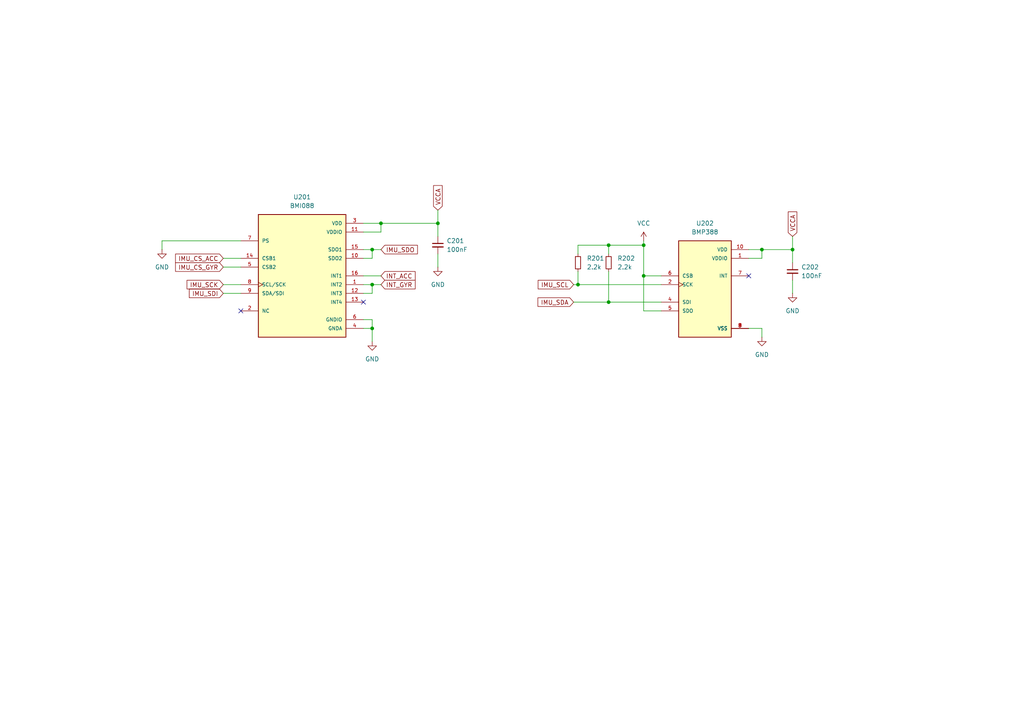
<source format=kicad_sch>
(kicad_sch
	(version 20231120)
	(generator "eeschema")
	(generator_version "8.0")
	(uuid "fd1a66e0-7292-4a4c-85b7-5b3954bdf786")
	(paper "A4")
	(lib_symbols
		(symbol "BMI088:BMI088"
			(pin_names
				(offset 1.016)
			)
			(exclude_from_sim no)
			(in_bom yes)
			(on_board yes)
			(property "Reference" "U"
				(at -12.7 18.415 0)
				(effects
					(font
						(size 1.27 1.27)
					)
					(justify left bottom)
				)
			)
			(property "Value" "BMI088"
				(at -12.7 -20.32 0)
				(effects
					(font
						(size 1.27 1.27)
					)
					(justify left bottom)
				)
			)
			(property "Footprint" "BMI088:PQFN50P450X300X100-16N"
				(at 0 0 0)
				(effects
					(font
						(size 1.27 1.27)
					)
					(justify bottom)
					(hide yes)
				)
			)
			(property "Datasheet" ""
				(at 0 0 0)
				(effects
					(font
						(size 1.27 1.27)
					)
					(hide yes)
				)
			)
			(property "Description" "Accelerometer, Gyroscope, 6 Axis Sensor I²C, SPI Output"
				(at 0 0 0)
				(effects
					(font
						(size 1.27 1.27)
					)
					(justify bottom)
					(hide yes)
				)
			)
			(property "MF" "Bosch Sensortec"
				(at 0 0 0)
				(effects
					(font
						(size 1.27 1.27)
					)
					(justify bottom)
					(hide yes)
				)
			)
			(property "PURCHASE-URL" "https://pricing.snapeda.com/search/part/BMI088/?ref=eda"
				(at 0 0 0)
				(effects
					(font
						(size 1.27 1.27)
					)
					(justify bottom)
					(hide yes)
				)
			)
			(property "PACKAGE" "VFLGA-16 Bosch Sensortec"
				(at 0 0 0)
				(effects
					(font
						(size 1.27 1.27)
					)
					(justify bottom)
					(hide yes)
				)
			)
			(property "PRICE" "None"
				(at 0 0 0)
				(effects
					(font
						(size 1.27 1.27)
					)
					(justify bottom)
					(hide yes)
				)
			)
			(property "Package" "VFLGA-16 Bosch Sensortec"
				(at 0 0 0)
				(effects
					(font
						(size 1.27 1.27)
					)
					(justify bottom)
					(hide yes)
				)
			)
			(property "Check_prices" "https://www.snapeda.com/parts/BMI088/Bosch+Sensortec/view-part/?ref=eda"
				(at 0 0 0)
				(effects
					(font
						(size 1.27 1.27)
					)
					(justify bottom)
					(hide yes)
				)
			)
			(property "Price" "None"
				(at 0 0 0)
				(effects
					(font
						(size 1.27 1.27)
					)
					(justify bottom)
					(hide yes)
				)
			)
			(property "SnapEDA_Link" "https://www.snapeda.com/parts/BMI088/Bosch+Sensortec/view-part/?ref=snap"
				(at 0 0 0)
				(effects
					(font
						(size 1.27 1.27)
					)
					(justify bottom)
					(hide yes)
				)
			)
			(property "MP" "BMI088"
				(at 0 0 0)
				(effects
					(font
						(size 1.27 1.27)
					)
					(justify bottom)
					(hide yes)
				)
			)
			(property "Purchase-URL" "https://www.snapeda.com/api/url_track_click_mouser/?unipart_id=2774026&manufacturer=Bosch Sensortec&part_name=BMI088&search_term=None"
				(at 0 0 0)
				(effects
					(font
						(size 1.27 1.27)
					)
					(justify bottom)
					(hide yes)
				)
			)
			(property "Description_1" "\nAccelerometer, Gyroscope, 6 Axis Sensor I2C, SPI Output\n"
				(at 0 0 0)
				(effects
					(font
						(size 1.27 1.27)
					)
					(justify bottom)
					(hide yes)
				)
			)
			(property "Availability" "In Stock"
				(at 0 0 0)
				(effects
					(font
						(size 1.27 1.27)
					)
					(justify bottom)
					(hide yes)
				)
			)
			(property "AVAILABILITY" "In Stock"
				(at 0 0 0)
				(effects
					(font
						(size 1.27 1.27)
					)
					(justify bottom)
					(hide yes)
				)
			)
			(symbol "BMI088_0_0"
				(rectangle
					(start -12.7 -17.78)
					(end 12.7 17.78)
					(stroke
						(width 0.254)
						(type default)
					)
					(fill
						(type background)
					)
				)
				(pin bidirectional line
					(at 17.78 -2.54 180)
					(length 5.08)
					(name "INT2"
						(effects
							(font
								(size 1.016 1.016)
							)
						)
					)
					(number "1"
						(effects
							(font
								(size 1.016 1.016)
							)
						)
					)
				)
				(pin output line
					(at 17.78 5.08 180)
					(length 5.08)
					(name "SDO2"
						(effects
							(font
								(size 1.016 1.016)
							)
						)
					)
					(number "10"
						(effects
							(font
								(size 1.016 1.016)
							)
						)
					)
				)
				(pin power_in line
					(at 17.78 12.7 180)
					(length 5.08)
					(name "VDDIO"
						(effects
							(font
								(size 1.016 1.016)
							)
						)
					)
					(number "11"
						(effects
							(font
								(size 1.016 1.016)
							)
						)
					)
				)
				(pin bidirectional line
					(at 17.78 -5.08 180)
					(length 5.08)
					(name "INT3"
						(effects
							(font
								(size 1.016 1.016)
							)
						)
					)
					(number "12"
						(effects
							(font
								(size 1.016 1.016)
							)
						)
					)
				)
				(pin bidirectional line
					(at 17.78 -7.62 180)
					(length 5.08)
					(name "INT4"
						(effects
							(font
								(size 1.016 1.016)
							)
						)
					)
					(number "13"
						(effects
							(font
								(size 1.016 1.016)
							)
						)
					)
				)
				(pin input line
					(at -17.78 5.08 0)
					(length 5.08)
					(name "CSB1"
						(effects
							(font
								(size 1.016 1.016)
							)
						)
					)
					(number "14"
						(effects
							(font
								(size 1.016 1.016)
							)
						)
					)
				)
				(pin output line
					(at 17.78 7.62 180)
					(length 5.08)
					(name "SDO1"
						(effects
							(font
								(size 1.016 1.016)
							)
						)
					)
					(number "15"
						(effects
							(font
								(size 1.016 1.016)
							)
						)
					)
				)
				(pin bidirectional line
					(at 17.78 0 180)
					(length 5.08)
					(name "INT1"
						(effects
							(font
								(size 1.016 1.016)
							)
						)
					)
					(number "16"
						(effects
							(font
								(size 1.016 1.016)
							)
						)
					)
				)
				(pin passive line
					(at -17.78 -10.16 0)
					(length 5.08)
					(name "NC"
						(effects
							(font
								(size 1.016 1.016)
							)
						)
					)
					(number "2"
						(effects
							(font
								(size 1.016 1.016)
							)
						)
					)
				)
				(pin power_in line
					(at 17.78 15.24 180)
					(length 5.08)
					(name "VDD"
						(effects
							(font
								(size 1.016 1.016)
							)
						)
					)
					(number "3"
						(effects
							(font
								(size 1.016 1.016)
							)
						)
					)
				)
				(pin power_in line
					(at 17.78 -15.24 180)
					(length 5.08)
					(name "GNDA"
						(effects
							(font
								(size 1.016 1.016)
							)
						)
					)
					(number "4"
						(effects
							(font
								(size 1.016 1.016)
							)
						)
					)
				)
				(pin input line
					(at -17.78 2.54 0)
					(length 5.08)
					(name "CSB2"
						(effects
							(font
								(size 1.016 1.016)
							)
						)
					)
					(number "5"
						(effects
							(font
								(size 1.016 1.016)
							)
						)
					)
				)
				(pin power_in line
					(at 17.78 -12.7 180)
					(length 5.08)
					(name "GNDIO"
						(effects
							(font
								(size 1.016 1.016)
							)
						)
					)
					(number "6"
						(effects
							(font
								(size 1.016 1.016)
							)
						)
					)
				)
				(pin input line
					(at -17.78 10.16 0)
					(length 5.08)
					(name "PS"
						(effects
							(font
								(size 1.016 1.016)
							)
						)
					)
					(number "7"
						(effects
							(font
								(size 1.016 1.016)
							)
						)
					)
				)
				(pin input clock
					(at -17.78 -2.54 0)
					(length 5.08)
					(name "SCL/SCK"
						(effects
							(font
								(size 1.016 1.016)
							)
						)
					)
					(number "8"
						(effects
							(font
								(size 1.016 1.016)
							)
						)
					)
				)
				(pin bidirectional line
					(at -17.78 -5.08 0)
					(length 5.08)
					(name "SDA/SDI"
						(effects
							(font
								(size 1.016 1.016)
							)
						)
					)
					(number "9"
						(effects
							(font
								(size 1.016 1.016)
							)
						)
					)
				)
			)
		)
		(symbol "BMP388:BMP388"
			(pin_names
				(offset 1.016)
			)
			(exclude_from_sim no)
			(in_bom yes)
			(on_board yes)
			(property "Reference" "U"
				(at -7.6281 15.2562 0)
				(effects
					(font
						(size 1.27 1.27)
					)
					(justify left bottom)
				)
			)
			(property "Value" "BMP388"
				(at -7.6268 -15.2536 0)
				(effects
					(font
						(size 1.27 1.27)
					)
					(justify left bottom)
				)
			)
			(property "Footprint" "BMP388:PQFN50P200X200X80-10N"
				(at 0 0 0)
				(effects
					(font
						(size 1.27 1.27)
					)
					(justify bottom)
					(hide yes)
				)
			)
			(property "Datasheet" ""
				(at 0 0 0)
				(effects
					(font
						(size 1.27 1.27)
					)
					(hide yes)
				)
			)
			(property "Description" ""
				(at 0 0 0)
				(effects
					(font
						(size 1.27 1.27)
					)
					(hide yes)
				)
			)
			(property "MF" "Bosch Sensortec"
				(at 0 0 0)
				(effects
					(font
						(size 1.27 1.27)
					)
					(justify bottom)
					(hide yes)
				)
			)
			(property "Description_1" "\nPressure Sensor 4.35PSI ~ 18.13PSI (30kPa ~ 125kPa) Absolute - - 10-WFLGA\n"
				(at 0 0 0)
				(effects
					(font
						(size 1.27 1.27)
					)
					(justify bottom)
					(hide yes)
				)
			)
			(property "Package" "WFLGA-10 Bosch Tools"
				(at 0 0 0)
				(effects
					(font
						(size 1.27 1.27)
					)
					(justify bottom)
					(hide yes)
				)
			)
			(property "Price" "None"
				(at 0 0 0)
				(effects
					(font
						(size 1.27 1.27)
					)
					(justify bottom)
					(hide yes)
				)
			)
			(property "Check_prices" "https://www.snapeda.com/parts/BMP388/Bosch+Sensortec/view-part/?ref=eda"
				(at 0 0 0)
				(effects
					(font
						(size 1.27 1.27)
					)
					(justify bottom)
					(hide yes)
				)
			)
			(property "STANDARD" "IPC 7351B"
				(at 0 0 0)
				(effects
					(font
						(size 1.27 1.27)
					)
					(justify bottom)
					(hide yes)
				)
			)
			(property "PARTREV" "1.1"
				(at 0 0 0)
				(effects
					(font
						(size 1.27 1.27)
					)
					(justify bottom)
					(hide yes)
				)
			)
			(property "SnapEDA_Link" "https://www.snapeda.com/parts/BMP388/Bosch+Sensortec/view-part/?ref=snap"
				(at 0 0 0)
				(effects
					(font
						(size 1.27 1.27)
					)
					(justify bottom)
					(hide yes)
				)
			)
			(property "MP" "BMP388"
				(at 0 0 0)
				(effects
					(font
						(size 1.27 1.27)
					)
					(justify bottom)
					(hide yes)
				)
			)
			(property "Availability" "In Stock"
				(at 0 0 0)
				(effects
					(font
						(size 1.27 1.27)
					)
					(justify bottom)
					(hide yes)
				)
			)
			(property "MANUFACTURER" "BOSCH"
				(at 0 0 0)
				(effects
					(font
						(size 1.27 1.27)
					)
					(justify bottom)
					(hide yes)
				)
			)
			(symbol "BMP388_0_0"
				(rectangle
					(start -7.62 -12.7)
					(end 7.62 15.24)
					(stroke
						(width 0.254)
						(type default)
					)
					(fill
						(type background)
					)
				)
				(pin power_in line
					(at 12.7 10.16 180)
					(length 5.08)
					(name "VDDIO"
						(effects
							(font
								(size 1.016 1.016)
							)
						)
					)
					(number "1"
						(effects
							(font
								(size 1.016 1.016)
							)
						)
					)
				)
				(pin power_in line
					(at 12.7 12.7 180)
					(length 5.08)
					(name "VDD"
						(effects
							(font
								(size 1.016 1.016)
							)
						)
					)
					(number "10"
						(effects
							(font
								(size 1.016 1.016)
							)
						)
					)
				)
				(pin input clock
					(at -12.7 2.54 0)
					(length 5.08)
					(name "SCK"
						(effects
							(font
								(size 1.016 1.016)
							)
						)
					)
					(number "2"
						(effects
							(font
								(size 1.016 1.016)
							)
						)
					)
				)
				(pin power_in line
					(at 12.7 -10.16 180)
					(length 5.08)
					(name "VSS"
						(effects
							(font
								(size 1.016 1.016)
							)
						)
					)
					(number "3"
						(effects
							(font
								(size 1.016 1.016)
							)
						)
					)
				)
				(pin bidirectional line
					(at -12.7 -2.54 0)
					(length 5.08)
					(name "SDI"
						(effects
							(font
								(size 1.016 1.016)
							)
						)
					)
					(number "4"
						(effects
							(font
								(size 1.016 1.016)
							)
						)
					)
				)
				(pin bidirectional line
					(at -12.7 -5.08 0)
					(length 5.08)
					(name "SDO"
						(effects
							(font
								(size 1.016 1.016)
							)
						)
					)
					(number "5"
						(effects
							(font
								(size 1.016 1.016)
							)
						)
					)
				)
				(pin input line
					(at -12.7 5.08 0)
					(length 5.08)
					(name "CSB"
						(effects
							(font
								(size 1.016 1.016)
							)
						)
					)
					(number "6"
						(effects
							(font
								(size 1.016 1.016)
							)
						)
					)
				)
				(pin output line
					(at 12.7 5.08 180)
					(length 5.08)
					(name "INT"
						(effects
							(font
								(size 1.016 1.016)
							)
						)
					)
					(number "7"
						(effects
							(font
								(size 1.016 1.016)
							)
						)
					)
				)
				(pin power_in line
					(at 12.7 -10.16 180)
					(length 5.08)
					(name "VSS"
						(effects
							(font
								(size 1.016 1.016)
							)
						)
					)
					(number "8"
						(effects
							(font
								(size 1.016 1.016)
							)
						)
					)
				)
				(pin power_in line
					(at 12.7 -10.16 180)
					(length 5.08)
					(name "VSS"
						(effects
							(font
								(size 1.016 1.016)
							)
						)
					)
					(number "9"
						(effects
							(font
								(size 1.016 1.016)
							)
						)
					)
				)
			)
		)
		(symbol "Device:C_Small"
			(pin_numbers hide)
			(pin_names
				(offset 0.254) hide)
			(exclude_from_sim no)
			(in_bom yes)
			(on_board yes)
			(property "Reference" "C"
				(at 0.254 1.778 0)
				(effects
					(font
						(size 1.27 1.27)
					)
					(justify left)
				)
			)
			(property "Value" "C_Small"
				(at 0.254 -2.032 0)
				(effects
					(font
						(size 1.27 1.27)
					)
					(justify left)
				)
			)
			(property "Footprint" ""
				(at 0 0 0)
				(effects
					(font
						(size 1.27 1.27)
					)
					(hide yes)
				)
			)
			(property "Datasheet" "~"
				(at 0 0 0)
				(effects
					(font
						(size 1.27 1.27)
					)
					(hide yes)
				)
			)
			(property "Description" "Unpolarized capacitor, small symbol"
				(at 0 0 0)
				(effects
					(font
						(size 1.27 1.27)
					)
					(hide yes)
				)
			)
			(property "ki_keywords" "capacitor cap"
				(at 0 0 0)
				(effects
					(font
						(size 1.27 1.27)
					)
					(hide yes)
				)
			)
			(property "ki_fp_filters" "C_*"
				(at 0 0 0)
				(effects
					(font
						(size 1.27 1.27)
					)
					(hide yes)
				)
			)
			(symbol "C_Small_0_1"
				(polyline
					(pts
						(xy -1.524 -0.508) (xy 1.524 -0.508)
					)
					(stroke
						(width 0.3302)
						(type default)
					)
					(fill
						(type none)
					)
				)
				(polyline
					(pts
						(xy -1.524 0.508) (xy 1.524 0.508)
					)
					(stroke
						(width 0.3048)
						(type default)
					)
					(fill
						(type none)
					)
				)
			)
			(symbol "C_Small_1_1"
				(pin passive line
					(at 0 2.54 270)
					(length 2.032)
					(name "~"
						(effects
							(font
								(size 1.27 1.27)
							)
						)
					)
					(number "1"
						(effects
							(font
								(size 1.27 1.27)
							)
						)
					)
				)
				(pin passive line
					(at 0 -2.54 90)
					(length 2.032)
					(name "~"
						(effects
							(font
								(size 1.27 1.27)
							)
						)
					)
					(number "2"
						(effects
							(font
								(size 1.27 1.27)
							)
						)
					)
				)
			)
		)
		(symbol "Device:R_Small"
			(pin_numbers hide)
			(pin_names
				(offset 0.254) hide)
			(exclude_from_sim no)
			(in_bom yes)
			(on_board yes)
			(property "Reference" "R"
				(at 0.762 0.508 0)
				(effects
					(font
						(size 1.27 1.27)
					)
					(justify left)
				)
			)
			(property "Value" "R_Small"
				(at 0.762 -1.016 0)
				(effects
					(font
						(size 1.27 1.27)
					)
					(justify left)
				)
			)
			(property "Footprint" ""
				(at 0 0 0)
				(effects
					(font
						(size 1.27 1.27)
					)
					(hide yes)
				)
			)
			(property "Datasheet" "~"
				(at 0 0 0)
				(effects
					(font
						(size 1.27 1.27)
					)
					(hide yes)
				)
			)
			(property "Description" "Resistor, small symbol"
				(at 0 0 0)
				(effects
					(font
						(size 1.27 1.27)
					)
					(hide yes)
				)
			)
			(property "ki_keywords" "R resistor"
				(at 0 0 0)
				(effects
					(font
						(size 1.27 1.27)
					)
					(hide yes)
				)
			)
			(property "ki_fp_filters" "R_*"
				(at 0 0 0)
				(effects
					(font
						(size 1.27 1.27)
					)
					(hide yes)
				)
			)
			(symbol "R_Small_0_1"
				(rectangle
					(start -0.762 1.778)
					(end 0.762 -1.778)
					(stroke
						(width 0.2032)
						(type default)
					)
					(fill
						(type none)
					)
				)
			)
			(symbol "R_Small_1_1"
				(pin passive line
					(at 0 2.54 270)
					(length 0.762)
					(name "~"
						(effects
							(font
								(size 1.27 1.27)
							)
						)
					)
					(number "1"
						(effects
							(font
								(size 1.27 1.27)
							)
						)
					)
				)
				(pin passive line
					(at 0 -2.54 90)
					(length 0.762)
					(name "~"
						(effects
							(font
								(size 1.27 1.27)
							)
						)
					)
					(number "2"
						(effects
							(font
								(size 1.27 1.27)
							)
						)
					)
				)
			)
		)
		(symbol "power:GND"
			(power)
			(pin_numbers hide)
			(pin_names
				(offset 0) hide)
			(exclude_from_sim no)
			(in_bom yes)
			(on_board yes)
			(property "Reference" "#PWR"
				(at 0 -6.35 0)
				(effects
					(font
						(size 1.27 1.27)
					)
					(hide yes)
				)
			)
			(property "Value" "GND"
				(at 0 -3.81 0)
				(effects
					(font
						(size 1.27 1.27)
					)
				)
			)
			(property "Footprint" ""
				(at 0 0 0)
				(effects
					(font
						(size 1.27 1.27)
					)
					(hide yes)
				)
			)
			(property "Datasheet" ""
				(at 0 0 0)
				(effects
					(font
						(size 1.27 1.27)
					)
					(hide yes)
				)
			)
			(property "Description" "Power symbol creates a global label with name \"GND\" , ground"
				(at 0 0 0)
				(effects
					(font
						(size 1.27 1.27)
					)
					(hide yes)
				)
			)
			(property "ki_keywords" "global power"
				(at 0 0 0)
				(effects
					(font
						(size 1.27 1.27)
					)
					(hide yes)
				)
			)
			(symbol "GND_0_1"
				(polyline
					(pts
						(xy 0 0) (xy 0 -1.27) (xy 1.27 -1.27) (xy 0 -2.54) (xy -1.27 -1.27) (xy 0 -1.27)
					)
					(stroke
						(width 0)
						(type default)
					)
					(fill
						(type none)
					)
				)
			)
			(symbol "GND_1_1"
				(pin power_in line
					(at 0 0 270)
					(length 0)
					(name "~"
						(effects
							(font
								(size 1.27 1.27)
							)
						)
					)
					(number "1"
						(effects
							(font
								(size 1.27 1.27)
							)
						)
					)
				)
			)
		)
		(symbol "power:VCC"
			(power)
			(pin_numbers hide)
			(pin_names
				(offset 0) hide)
			(exclude_from_sim no)
			(in_bom yes)
			(on_board yes)
			(property "Reference" "#PWR"
				(at 0 -3.81 0)
				(effects
					(font
						(size 1.27 1.27)
					)
					(hide yes)
				)
			)
			(property "Value" "VCC"
				(at 0 3.556 0)
				(effects
					(font
						(size 1.27 1.27)
					)
				)
			)
			(property "Footprint" ""
				(at 0 0 0)
				(effects
					(font
						(size 1.27 1.27)
					)
					(hide yes)
				)
			)
			(property "Datasheet" ""
				(at 0 0 0)
				(effects
					(font
						(size 1.27 1.27)
					)
					(hide yes)
				)
			)
			(property "Description" "Power symbol creates a global label with name \"VCC\""
				(at 0 0 0)
				(effects
					(font
						(size 1.27 1.27)
					)
					(hide yes)
				)
			)
			(property "ki_keywords" "global power"
				(at 0 0 0)
				(effects
					(font
						(size 1.27 1.27)
					)
					(hide yes)
				)
			)
			(symbol "VCC_0_1"
				(polyline
					(pts
						(xy -0.762 1.27) (xy 0 2.54)
					)
					(stroke
						(width 0)
						(type default)
					)
					(fill
						(type none)
					)
				)
				(polyline
					(pts
						(xy 0 0) (xy 0 2.54)
					)
					(stroke
						(width 0)
						(type default)
					)
					(fill
						(type none)
					)
				)
				(polyline
					(pts
						(xy 0 2.54) (xy 0.762 1.27)
					)
					(stroke
						(width 0)
						(type default)
					)
					(fill
						(type none)
					)
				)
			)
			(symbol "VCC_1_1"
				(pin power_in line
					(at 0 0 90)
					(length 0)
					(name "~"
						(effects
							(font
								(size 1.27 1.27)
							)
						)
					)
					(number "1"
						(effects
							(font
								(size 1.27 1.27)
							)
						)
					)
				)
			)
		)
	)
	(junction
		(at 186.69 80.01)
		(diameter 0)
		(color 0 0 0 0)
		(uuid "28c358d0-f1a5-44af-a077-1ea7aeb4f17d")
	)
	(junction
		(at 176.53 87.63)
		(diameter 0)
		(color 0 0 0 0)
		(uuid "2a1ddd3b-a2b7-48c0-b15d-71f365ceb1b7")
	)
	(junction
		(at 220.98 72.39)
		(diameter 0)
		(color 0 0 0 0)
		(uuid "3b3694d1-6d06-4f69-8bd6-9fef6829a628")
	)
	(junction
		(at 110.49 64.77)
		(diameter 0)
		(color 0 0 0 0)
		(uuid "5375330c-4f41-46fe-a909-2487720de34a")
	)
	(junction
		(at 107.95 82.55)
		(diameter 0)
		(color 0 0 0 0)
		(uuid "541a1d7d-e471-4ae1-9c0f-58939816bbd8")
	)
	(junction
		(at 127 64.77)
		(diameter 0)
		(color 0 0 0 0)
		(uuid "765bac2e-6a7f-428b-9350-564c259d377a")
	)
	(junction
		(at 176.53 71.12)
		(diameter 0)
		(color 0 0 0 0)
		(uuid "77ece6c4-b86e-4e55-93a3-0ae209299f9b")
	)
	(junction
		(at 186.69 71.12)
		(diameter 0)
		(color 0 0 0 0)
		(uuid "807df27e-b47e-46df-a9fa-ad70f0ff92d1")
	)
	(junction
		(at 107.95 95.25)
		(diameter 0)
		(color 0 0 0 0)
		(uuid "825d2c51-f147-4ad6-b9af-75cba19f8367")
	)
	(junction
		(at 107.95 72.39)
		(diameter 0)
		(color 0 0 0 0)
		(uuid "c0aca44f-0f18-44af-9074-35cbe4d90e12")
	)
	(junction
		(at 229.87 72.39)
		(diameter 0)
		(color 0 0 0 0)
		(uuid "ed563e7a-4d6a-47c8-8bab-a985175e372e")
	)
	(junction
		(at 167.64 82.55)
		(diameter 0)
		(color 0 0 0 0)
		(uuid "f9d69e74-9a29-4649-bda1-ab23e9b680d8")
	)
	(no_connect
		(at 105.41 87.63)
		(uuid "454a6b7a-d072-4f81-89d8-f6a4a3a7de3d")
	)
	(no_connect
		(at 217.17 80.01)
		(uuid "5b75ff5d-3a0e-4136-ae04-2c4f37a19dbc")
	)
	(no_connect
		(at 69.85 90.17)
		(uuid "6b3ef16e-9b56-4f98-8803-efac332d069b")
	)
	(wire
		(pts
			(xy 167.64 73.66) (xy 167.64 71.12)
		)
		(stroke
			(width 0)
			(type default)
		)
		(uuid "01217bc5-4a99-4e8b-89d9-740ad412cf8d")
	)
	(wire
		(pts
			(xy 186.69 90.17) (xy 186.69 80.01)
		)
		(stroke
			(width 0)
			(type default)
		)
		(uuid "04ae9575-fc78-4ae6-9661-d769e1297516")
	)
	(wire
		(pts
			(xy 166.37 82.55) (xy 167.64 82.55)
		)
		(stroke
			(width 0)
			(type default)
		)
		(uuid "08181b98-ddd1-46dc-a63b-efd69105c814")
	)
	(wire
		(pts
			(xy 105.41 74.93) (xy 107.95 74.93)
		)
		(stroke
			(width 0)
			(type default)
		)
		(uuid "09436612-093d-4193-964b-66d4d74c6b05")
	)
	(wire
		(pts
			(xy 110.49 64.77) (xy 127 64.77)
		)
		(stroke
			(width 0)
			(type default)
		)
		(uuid "0b327882-0d58-4135-b31b-61ccd7e5e895")
	)
	(wire
		(pts
			(xy 229.87 81.28) (xy 229.87 85.09)
		)
		(stroke
			(width 0)
			(type default)
		)
		(uuid "0d08da90-f4c1-4c5d-b7d4-4573a7400e3b")
	)
	(wire
		(pts
			(xy 105.41 95.25) (xy 107.95 95.25)
		)
		(stroke
			(width 0)
			(type default)
		)
		(uuid "0da138ad-a026-4967-8ffe-416b59ee39b3")
	)
	(wire
		(pts
			(xy 107.95 74.93) (xy 107.95 72.39)
		)
		(stroke
			(width 0)
			(type default)
		)
		(uuid "0dfc79f3-1f05-4e44-8a21-0cd1d3424af0")
	)
	(wire
		(pts
			(xy 107.95 95.25) (xy 107.95 99.06)
		)
		(stroke
			(width 0)
			(type default)
		)
		(uuid "19150aea-6c8a-4b0e-be90-7668cd033033")
	)
	(wire
		(pts
			(xy 105.41 64.77) (xy 110.49 64.77)
		)
		(stroke
			(width 0)
			(type default)
		)
		(uuid "1a2ab0a1-d241-489e-9def-1b7bd92dc0a9")
	)
	(wire
		(pts
			(xy 186.69 71.12) (xy 186.69 69.85)
		)
		(stroke
			(width 0)
			(type default)
		)
		(uuid "2bc613cb-c245-430a-a1c6-8709ca8caac4")
	)
	(wire
		(pts
			(xy 64.77 85.09) (xy 69.85 85.09)
		)
		(stroke
			(width 0)
			(type default)
		)
		(uuid "2c3d6111-e1bf-48c8-8d36-083e6299af05")
	)
	(wire
		(pts
			(xy 107.95 82.55) (xy 110.49 82.55)
		)
		(stroke
			(width 0)
			(type default)
		)
		(uuid "2dcde67f-0b31-4827-9847-6f50db4a7a13")
	)
	(wire
		(pts
			(xy 46.99 72.39) (xy 46.99 69.85)
		)
		(stroke
			(width 0)
			(type default)
		)
		(uuid "390f78a4-7c8f-41f0-882a-1b1ad1bc8350")
	)
	(wire
		(pts
			(xy 107.95 72.39) (xy 110.49 72.39)
		)
		(stroke
			(width 0)
			(type default)
		)
		(uuid "3ceeabff-73f9-4992-b16a-3292ba8720ba")
	)
	(wire
		(pts
			(xy 110.49 67.31) (xy 110.49 64.77)
		)
		(stroke
			(width 0)
			(type default)
		)
		(uuid "4066ae13-6d6c-4bd9-b54c-d8948854ca40")
	)
	(wire
		(pts
			(xy 217.17 95.25) (xy 220.98 95.25)
		)
		(stroke
			(width 0)
			(type default)
		)
		(uuid "435e88f0-09e0-45ce-8aba-4704d74ec3c6")
	)
	(wire
		(pts
			(xy 176.53 87.63) (xy 191.77 87.63)
		)
		(stroke
			(width 0)
			(type default)
		)
		(uuid "46ceadab-1f23-4d74-98b8-fb1eb6a83f27")
	)
	(wire
		(pts
			(xy 217.17 74.93) (xy 220.98 74.93)
		)
		(stroke
			(width 0)
			(type default)
		)
		(uuid "4dfb21fc-d377-49ed-b669-0f06d8f44564")
	)
	(wire
		(pts
			(xy 127 64.77) (xy 127 68.58)
		)
		(stroke
			(width 0)
			(type default)
		)
		(uuid "58f07652-137c-4a7b-8115-fa59d94fdd31")
	)
	(wire
		(pts
			(xy 167.64 78.74) (xy 167.64 82.55)
		)
		(stroke
			(width 0)
			(type default)
		)
		(uuid "5b0d7a55-475e-4921-86a2-b0aa3d4a7904")
	)
	(wire
		(pts
			(xy 127 64.77) (xy 127 60.96)
		)
		(stroke
			(width 0)
			(type default)
		)
		(uuid "6fd747ad-5db8-4ac0-84f7-bf9ec00c9a86")
	)
	(wire
		(pts
			(xy 105.41 92.71) (xy 107.95 92.71)
		)
		(stroke
			(width 0)
			(type default)
		)
		(uuid "6ff1a8f4-965d-4095-8f73-8cd3c489a779")
	)
	(wire
		(pts
			(xy 105.41 67.31) (xy 110.49 67.31)
		)
		(stroke
			(width 0)
			(type default)
		)
		(uuid "70875cab-53f7-493f-b89e-c20157f78119")
	)
	(wire
		(pts
			(xy 229.87 72.39) (xy 229.87 76.2)
		)
		(stroke
			(width 0)
			(type default)
		)
		(uuid "73acf037-6d81-4321-bc76-3e2efd2e93a1")
	)
	(wire
		(pts
			(xy 176.53 73.66) (xy 176.53 71.12)
		)
		(stroke
			(width 0)
			(type default)
		)
		(uuid "74396728-d5d4-45fe-b1ae-da66658685e8")
	)
	(wire
		(pts
			(xy 105.41 82.55) (xy 107.95 82.55)
		)
		(stroke
			(width 0)
			(type default)
		)
		(uuid "74478f2d-0725-449e-bac1-239823d2b0a8")
	)
	(wire
		(pts
			(xy 105.41 72.39) (xy 107.95 72.39)
		)
		(stroke
			(width 0)
			(type default)
		)
		(uuid "7a986c7d-45e1-4501-b5bb-c2e1afe69e5a")
	)
	(wire
		(pts
			(xy 176.53 71.12) (xy 186.69 71.12)
		)
		(stroke
			(width 0)
			(type default)
		)
		(uuid "86641be3-1d86-4ec2-abb3-e70c7f85800b")
	)
	(wire
		(pts
			(xy 167.64 71.12) (xy 176.53 71.12)
		)
		(stroke
			(width 0)
			(type default)
		)
		(uuid "8f11a91c-0bbe-4332-ad1c-9a0d037892f5")
	)
	(wire
		(pts
			(xy 46.99 69.85) (xy 69.85 69.85)
		)
		(stroke
			(width 0)
			(type default)
		)
		(uuid "91ae7e15-caaa-4aab-8a31-2125d667bc00")
	)
	(wire
		(pts
			(xy 220.98 74.93) (xy 220.98 72.39)
		)
		(stroke
			(width 0)
			(type default)
		)
		(uuid "9b1aa248-d981-4bba-b020-2b7984945e2e")
	)
	(wire
		(pts
			(xy 167.64 82.55) (xy 191.77 82.55)
		)
		(stroke
			(width 0)
			(type default)
		)
		(uuid "9daacf83-3505-4999-a4b0-a8082f24b395")
	)
	(wire
		(pts
			(xy 166.37 87.63) (xy 176.53 87.63)
		)
		(stroke
			(width 0)
			(type default)
		)
		(uuid "a36db1a8-fb12-48be-b3c0-bd0ce1828a35")
	)
	(wire
		(pts
			(xy 107.95 85.09) (xy 107.95 82.55)
		)
		(stroke
			(width 0)
			(type default)
		)
		(uuid "a762ecdf-42d0-40d4-af8f-ff313594e952")
	)
	(wire
		(pts
			(xy 220.98 72.39) (xy 229.87 72.39)
		)
		(stroke
			(width 0)
			(type default)
		)
		(uuid "a8d56313-87e9-4127-aef9-3dac4d02714e")
	)
	(wire
		(pts
			(xy 217.17 72.39) (xy 220.98 72.39)
		)
		(stroke
			(width 0)
			(type default)
		)
		(uuid "afe87a21-c285-4954-a768-2373536ff288")
	)
	(wire
		(pts
			(xy 107.95 92.71) (xy 107.95 95.25)
		)
		(stroke
			(width 0)
			(type default)
		)
		(uuid "be4bff62-dd61-4e73-b7bd-8389f205ef79")
	)
	(wire
		(pts
			(xy 186.69 90.17) (xy 191.77 90.17)
		)
		(stroke
			(width 0)
			(type default)
		)
		(uuid "bee5bd87-74d8-44f4-a14f-6731e2b477da")
	)
	(wire
		(pts
			(xy 229.87 68.58) (xy 229.87 72.39)
		)
		(stroke
			(width 0)
			(type default)
		)
		(uuid "c13a45c0-85d6-49a7-b881-8b4c8c1f5faf")
	)
	(wire
		(pts
			(xy 220.98 95.25) (xy 220.98 97.79)
		)
		(stroke
			(width 0)
			(type default)
		)
		(uuid "cb36946f-c2cf-4901-b9ab-2f1a494cad0c")
	)
	(wire
		(pts
			(xy 176.53 78.74) (xy 176.53 87.63)
		)
		(stroke
			(width 0)
			(type default)
		)
		(uuid "d3e3a3cb-3f14-4ce2-977c-292c9a53676b")
	)
	(wire
		(pts
			(xy 127 73.66) (xy 127 77.47)
		)
		(stroke
			(width 0)
			(type default)
		)
		(uuid "db5f02f0-53b4-4da0-94e4-fab3d05ea068")
	)
	(wire
		(pts
			(xy 186.69 80.01) (xy 191.77 80.01)
		)
		(stroke
			(width 0)
			(type default)
		)
		(uuid "ddc63b47-1e84-4fa0-b4db-ec553ee46239")
	)
	(wire
		(pts
			(xy 105.41 85.09) (xy 107.95 85.09)
		)
		(stroke
			(width 0)
			(type default)
		)
		(uuid "e5bdf19b-f24b-4248-baad-e0879786d470")
	)
	(wire
		(pts
			(xy 64.77 74.93) (xy 69.85 74.93)
		)
		(stroke
			(width 0)
			(type default)
		)
		(uuid "eba3b1a6-64cc-40dc-a07e-71af045b1a63")
	)
	(wire
		(pts
			(xy 64.77 82.55) (xy 69.85 82.55)
		)
		(stroke
			(width 0)
			(type default)
		)
		(uuid "ed379cd3-6b22-479e-b0bf-f43d26da1819")
	)
	(wire
		(pts
			(xy 105.41 80.01) (xy 110.49 80.01)
		)
		(stroke
			(width 0)
			(type default)
		)
		(uuid "ef3240ba-d67f-4949-9ed7-a8d7be78f0cc")
	)
	(wire
		(pts
			(xy 186.69 80.01) (xy 186.69 71.12)
		)
		(stroke
			(width 0)
			(type default)
		)
		(uuid "f216f378-9849-4217-b71e-9b32adbd70e7")
	)
	(wire
		(pts
			(xy 64.77 77.47) (xy 69.85 77.47)
		)
		(stroke
			(width 0)
			(type default)
		)
		(uuid "f4caac4d-f4cc-45e9-8317-b86f150c0f56")
	)
	(global_label "IMU_SCK"
		(shape input)
		(at 64.77 82.55 180)
		(fields_autoplaced yes)
		(effects
			(font
				(size 1.27 1.27)
			)
			(justify right)
		)
		(uuid "2153606f-0956-4f9a-9a38-a992b7fd8a83")
		(property "Intersheetrefs" "${INTERSHEET_REFS}"
			(at 53.681 82.55 0)
			(effects
				(font
					(size 1.27 1.27)
				)
				(justify right)
				(hide yes)
			)
		)
	)
	(global_label "VCCA"
		(shape input)
		(at 229.87 68.58 90)
		(fields_autoplaced yes)
		(effects
			(font
				(size 1.27 1.27)
			)
			(justify left)
		)
		(uuid "3219e188-fc45-41bc-a42f-3346938ec010")
		(property "Intersheetrefs" "${INTERSHEET_REFS}"
			(at 229.87 60.8776 90)
			(effects
				(font
					(size 1.27 1.27)
				)
				(justify left)
				(hide yes)
			)
		)
	)
	(global_label "IMU_SDI"
		(shape input)
		(at 64.77 85.09 180)
		(fields_autoplaced yes)
		(effects
			(font
				(size 1.27 1.27)
			)
			(justify right)
		)
		(uuid "519807e2-e848-449b-b701-4bf4cf3283c4")
		(property "Intersheetrefs" "${INTERSHEET_REFS}"
			(at 54.3462 85.09 0)
			(effects
				(font
					(size 1.27 1.27)
				)
				(justify right)
				(hide yes)
			)
		)
	)
	(global_label "IMU_SDA"
		(shape input)
		(at 166.37 87.63 180)
		(fields_autoplaced yes)
		(effects
			(font
				(size 1.27 1.27)
			)
			(justify right)
		)
		(uuid "8bb14bab-1a09-4957-a97d-72e1214a7f36")
		(property "Intersheetrefs" "${INTERSHEET_REFS}"
			(at 155.4624 87.63 0)
			(effects
				(font
					(size 1.27 1.27)
				)
				(justify right)
				(hide yes)
			)
		)
	)
	(global_label "INT_ACC"
		(shape input)
		(at 110.49 80.01 0)
		(fields_autoplaced yes)
		(effects
			(font
				(size 1.27 1.27)
			)
			(justify left)
		)
		(uuid "9f003308-13f7-401c-a5cd-2c91c0d86230")
		(property "Intersheetrefs" "${INTERSHEET_REFS}"
			(at 120.9743 80.01 0)
			(effects
				(font
					(size 1.27 1.27)
				)
				(justify left)
				(hide yes)
			)
		)
	)
	(global_label "IMU_SCL"
		(shape input)
		(at 166.37 82.55 180)
		(fields_autoplaced yes)
		(effects
			(font
				(size 1.27 1.27)
			)
			(justify right)
		)
		(uuid "b22ea84f-cf8d-4ffd-936d-27d021e9ee26")
		(property "Intersheetrefs" "${INTERSHEET_REFS}"
			(at 155.5229 82.55 0)
			(effects
				(font
					(size 1.27 1.27)
				)
				(justify right)
				(hide yes)
			)
		)
	)
	(global_label "IMU_CS_ACC"
		(shape input)
		(at 64.77 74.93 180)
		(fields_autoplaced yes)
		(effects
			(font
				(size 1.27 1.27)
			)
			(justify right)
		)
		(uuid "bf367865-c1bc-4dc3-b876-e980288f17f1")
		(property "Intersheetrefs" "${INTERSHEET_REFS}"
			(at 50.3548 74.93 0)
			(effects
				(font
					(size 1.27 1.27)
				)
				(justify right)
				(hide yes)
			)
		)
	)
	(global_label "IMU_CS_GYR"
		(shape input)
		(at 64.77 77.47 180)
		(fields_autoplaced yes)
		(effects
			(font
				(size 1.27 1.27)
			)
			(justify right)
		)
		(uuid "d1822f1f-4dbf-4864-960b-0791b4a03160")
		(property "Intersheetrefs" "${INTERSHEET_REFS}"
			(at 50.3548 77.47 0)
			(effects
				(font
					(size 1.27 1.27)
				)
				(justify right)
				(hide yes)
			)
		)
	)
	(global_label "IMU_SDO"
		(shape input)
		(at 110.49 72.39 0)
		(fields_autoplaced yes)
		(effects
			(font
				(size 1.27 1.27)
			)
			(justify left)
		)
		(uuid "d25a0491-f0c0-4924-9ff3-328b65d32b30")
		(property "Intersheetrefs" "${INTERSHEET_REFS}"
			(at 121.6395 72.39 0)
			(effects
				(font
					(size 1.27 1.27)
				)
				(justify left)
				(hide yes)
			)
		)
	)
	(global_label "VCCA"
		(shape input)
		(at 127 60.96 90)
		(fields_autoplaced yes)
		(effects
			(font
				(size 1.27 1.27)
			)
			(justify left)
		)
		(uuid "d96db7cf-1132-41d2-8dad-8a290e564a57")
		(property "Intersheetrefs" "${INTERSHEET_REFS}"
			(at 127 53.2576 90)
			(effects
				(font
					(size 1.27 1.27)
				)
				(justify left)
				(hide yes)
			)
		)
	)
	(global_label "INT_GYR"
		(shape input)
		(at 110.49 82.55 0)
		(fields_autoplaced yes)
		(effects
			(font
				(size 1.27 1.27)
			)
			(justify left)
		)
		(uuid "dfcc0698-2e90-41dc-8910-659d7c360a91")
		(property "Intersheetrefs" "${INTERSHEET_REFS}"
			(at 120.9743 82.55 0)
			(effects
				(font
					(size 1.27 1.27)
				)
				(justify left)
				(hide yes)
			)
		)
	)
	(symbol
		(lib_id "BMP388:BMP388")
		(at 204.47 85.09 0)
		(unit 1)
		(exclude_from_sim no)
		(in_bom yes)
		(on_board yes)
		(dnp no)
		(fields_autoplaced yes)
		(uuid "0a58a845-98db-4c55-bd51-462fd573a298")
		(property "Reference" "U202"
			(at 204.47 64.77 0)
			(effects
				(font
					(size 1.27 1.27)
				)
			)
		)
		(property "Value" "BMP388"
			(at 204.47 67.31 0)
			(effects
				(font
					(size 1.27 1.27)
				)
			)
		)
		(property "Footprint" "BMP388:PQFN50P200X200X80-10N"
			(at 204.47 85.09 0)
			(effects
				(font
					(size 1.27 1.27)
				)
				(justify bottom)
				(hide yes)
			)
		)
		(property "Datasheet" ""
			(at 204.47 85.09 0)
			(effects
				(font
					(size 1.27 1.27)
				)
				(hide yes)
			)
		)
		(property "Description" ""
			(at 204.47 85.09 0)
			(effects
				(font
					(size 1.27 1.27)
				)
				(hide yes)
			)
		)
		(property "MF" "Bosch Sensortec"
			(at 204.47 85.09 0)
			(effects
				(font
					(size 1.27 1.27)
				)
				(justify bottom)
				(hide yes)
			)
		)
		(property "Description_1" "\nPressure Sensor 4.35PSI ~ 18.13PSI (30kPa ~ 125kPa) Absolute - - 10-WFLGA\n"
			(at 204.47 85.09 0)
			(effects
				(font
					(size 1.27 1.27)
				)
				(justify bottom)
				(hide yes)
			)
		)
		(property "Package" "WFLGA-10 Bosch Tools"
			(at 204.47 85.09 0)
			(effects
				(font
					(size 1.27 1.27)
				)
				(justify bottom)
				(hide yes)
			)
		)
		(property "Price" "None"
			(at 204.47 85.09 0)
			(effects
				(font
					(size 1.27 1.27)
				)
				(justify bottom)
				(hide yes)
			)
		)
		(property "Check_prices" "https://www.snapeda.com/parts/BMP388/Bosch+Sensortec/view-part/?ref=eda"
			(at 204.47 85.09 0)
			(effects
				(font
					(size 1.27 1.27)
				)
				(justify bottom)
				(hide yes)
			)
		)
		(property "STANDARD" "IPC 7351B"
			(at 204.47 85.09 0)
			(effects
				(font
					(size 1.27 1.27)
				)
				(justify bottom)
				(hide yes)
			)
		)
		(property "PARTREV" "1.1"
			(at 204.47 85.09 0)
			(effects
				(font
					(size 1.27 1.27)
				)
				(justify bottom)
				(hide yes)
			)
		)
		(property "SnapEDA_Link" "https://www.snapeda.com/parts/BMP388/Bosch+Sensortec/view-part/?ref=snap"
			(at 204.47 85.09 0)
			(effects
				(font
					(size 1.27 1.27)
				)
				(justify bottom)
				(hide yes)
			)
		)
		(property "MP" "BMP388"
			(at 204.47 85.09 0)
			(effects
				(font
					(size 1.27 1.27)
				)
				(justify bottom)
				(hide yes)
			)
		)
		(property "Availability" "In Stock"
			(at 204.47 85.09 0)
			(effects
				(font
					(size 1.27 1.27)
				)
				(justify bottom)
				(hide yes)
			)
		)
		(property "MANUFACTURER" "BOSCH"
			(at 204.47 85.09 0)
			(effects
				(font
					(size 1.27 1.27)
				)
				(justify bottom)
				(hide yes)
			)
		)
		(pin "7"
			(uuid "48540dea-05b4-4378-8744-e4301c217526")
		)
		(pin "10"
			(uuid "2cf0b1bb-81b3-4869-bb7b-2504b0b41130")
		)
		(pin "1"
			(uuid "46816536-2543-44fe-80ba-a7ffcdb61b47")
		)
		(pin "9"
			(uuid "5ab88c80-19a3-48b6-9a26-d93105aa2395")
		)
		(pin "5"
			(uuid "fe6a8966-3806-4be4-8ab5-f8abefe5ff41")
		)
		(pin "3"
			(uuid "14af40aa-f232-453f-bc35-b06e3b39bab3")
		)
		(pin "4"
			(uuid "cb218cb4-36b5-4a2d-a260-634b4172d217")
		)
		(pin "2"
			(uuid "d92db7f3-f1e5-41b8-bab4-b474d2d7d024")
		)
		(pin "6"
			(uuid "0b64e7b5-f3c4-4c1b-94ab-94030da3f1ac")
		)
		(pin "8"
			(uuid "c08190b8-a538-484d-9f84-76b410241fa6")
		)
		(instances
			(project "cf2x"
				(path "/6b53a2c8-c612-4a6e-a564-e7222c0357f2/d32c717d-d5c4-42c4-8485-ede145a42a63"
					(reference "U202")
					(unit 1)
				)
			)
		)
	)
	(symbol
		(lib_id "power:GND")
		(at 46.99 72.39 0)
		(unit 1)
		(exclude_from_sim no)
		(in_bom yes)
		(on_board yes)
		(dnp no)
		(fields_autoplaced yes)
		(uuid "1202c129-3b10-4a27-b895-c334c06efcb3")
		(property "Reference" "#PWR0202"
			(at 46.99 78.74 0)
			(effects
				(font
					(size 1.27 1.27)
				)
				(hide yes)
			)
		)
		(property "Value" "GND"
			(at 46.99 77.47 0)
			(effects
				(font
					(size 1.27 1.27)
				)
			)
		)
		(property "Footprint" ""
			(at 46.99 72.39 0)
			(effects
				(font
					(size 1.27 1.27)
				)
				(hide yes)
			)
		)
		(property "Datasheet" ""
			(at 46.99 72.39 0)
			(effects
				(font
					(size 1.27 1.27)
				)
				(hide yes)
			)
		)
		(property "Description" "Power symbol creates a global label with name \"GND\" , ground"
			(at 46.99 72.39 0)
			(effects
				(font
					(size 1.27 1.27)
				)
				(hide yes)
			)
		)
		(pin "1"
			(uuid "9284d7d5-7f5e-460d-93aa-4c9748a213f4")
		)
		(instances
			(project "cf2x"
				(path "/6b53a2c8-c612-4a6e-a564-e7222c0357f2/d32c717d-d5c4-42c4-8485-ede145a42a63"
					(reference "#PWR0202")
					(unit 1)
				)
			)
		)
	)
	(symbol
		(lib_id "Device:C_Small")
		(at 127 71.12 0)
		(unit 1)
		(exclude_from_sim no)
		(in_bom yes)
		(on_board yes)
		(dnp no)
		(fields_autoplaced yes)
		(uuid "2d8e9ea5-323a-435a-b97b-b9934bfbc9b8")
		(property "Reference" "C201"
			(at 129.54 69.8562 0)
			(effects
				(font
					(size 1.27 1.27)
				)
				(justify left)
			)
		)
		(property "Value" "100nF"
			(at 129.54 72.3962 0)
			(effects
				(font
					(size 1.27 1.27)
				)
				(justify left)
			)
		)
		(property "Footprint" "Capacitor_SMD:C_0402_1005Metric"
			(at 127 71.12 0)
			(effects
				(font
					(size 1.27 1.27)
				)
				(hide yes)
			)
		)
		(property "Datasheet" "~"
			(at 127 71.12 0)
			(effects
				(font
					(size 1.27 1.27)
				)
				(hide yes)
			)
		)
		(property "Description" "Unpolarized capacitor, small symbol"
			(at 127 71.12 0)
			(effects
				(font
					(size 1.27 1.27)
				)
				(hide yes)
			)
		)
		(pin "2"
			(uuid "172caff4-a763-4803-bef5-8fd1378e70e1")
		)
		(pin "1"
			(uuid "9d99b80d-70fb-4466-b6fa-d93340b80a39")
		)
		(instances
			(project "cf2x"
				(path "/6b53a2c8-c612-4a6e-a564-e7222c0357f2/d32c717d-d5c4-42c4-8485-ede145a42a63"
					(reference "C201")
					(unit 1)
				)
			)
		)
	)
	(symbol
		(lib_id "power:GND")
		(at 229.87 85.09 0)
		(unit 1)
		(exclude_from_sim no)
		(in_bom yes)
		(on_board yes)
		(dnp no)
		(fields_autoplaced yes)
		(uuid "370b22dc-64d4-4b0c-986c-cbb2cedfdd53")
		(property "Reference" "#PWR0204"
			(at 229.87 91.44 0)
			(effects
				(font
					(size 1.27 1.27)
				)
				(hide yes)
			)
		)
		(property "Value" "GND"
			(at 229.87 90.17 0)
			(effects
				(font
					(size 1.27 1.27)
				)
			)
		)
		(property "Footprint" ""
			(at 229.87 85.09 0)
			(effects
				(font
					(size 1.27 1.27)
				)
				(hide yes)
			)
		)
		(property "Datasheet" ""
			(at 229.87 85.09 0)
			(effects
				(font
					(size 1.27 1.27)
				)
				(hide yes)
			)
		)
		(property "Description" "Power symbol creates a global label with name \"GND\" , ground"
			(at 229.87 85.09 0)
			(effects
				(font
					(size 1.27 1.27)
				)
				(hide yes)
			)
		)
		(pin "1"
			(uuid "3a959fd3-3393-4d37-8a4e-d7c9ce227115")
		)
		(instances
			(project "cf2x"
				(path "/6b53a2c8-c612-4a6e-a564-e7222c0357f2/d32c717d-d5c4-42c4-8485-ede145a42a63"
					(reference "#PWR0204")
					(unit 1)
				)
			)
		)
	)
	(symbol
		(lib_id "power:GND")
		(at 107.95 99.06 0)
		(unit 1)
		(exclude_from_sim no)
		(in_bom yes)
		(on_board yes)
		(dnp no)
		(fields_autoplaced yes)
		(uuid "41040c76-5f00-4ec1-946d-66886678af3c")
		(property "Reference" "#PWR0206"
			(at 107.95 105.41 0)
			(effects
				(font
					(size 1.27 1.27)
				)
				(hide yes)
			)
		)
		(property "Value" "GND"
			(at 107.95 104.14 0)
			(effects
				(font
					(size 1.27 1.27)
				)
			)
		)
		(property "Footprint" ""
			(at 107.95 99.06 0)
			(effects
				(font
					(size 1.27 1.27)
				)
				(hide yes)
			)
		)
		(property "Datasheet" ""
			(at 107.95 99.06 0)
			(effects
				(font
					(size 1.27 1.27)
				)
				(hide yes)
			)
		)
		(property "Description" "Power symbol creates a global label with name \"GND\" , ground"
			(at 107.95 99.06 0)
			(effects
				(font
					(size 1.27 1.27)
				)
				(hide yes)
			)
		)
		(pin "1"
			(uuid "1a610159-d86f-4786-b315-04f3c16c3544")
		)
		(instances
			(project "cf2x"
				(path "/6b53a2c8-c612-4a6e-a564-e7222c0357f2/d32c717d-d5c4-42c4-8485-ede145a42a63"
					(reference "#PWR0206")
					(unit 1)
				)
			)
		)
	)
	(symbol
		(lib_id "Device:C_Small")
		(at 229.87 78.74 0)
		(unit 1)
		(exclude_from_sim no)
		(in_bom yes)
		(on_board yes)
		(dnp no)
		(fields_autoplaced yes)
		(uuid "9bed39f3-8cb7-4129-a7fc-07370940c1fd")
		(property "Reference" "C202"
			(at 232.41 77.4762 0)
			(effects
				(font
					(size 1.27 1.27)
				)
				(justify left)
			)
		)
		(property "Value" "100nF"
			(at 232.41 80.0162 0)
			(effects
				(font
					(size 1.27 1.27)
				)
				(justify left)
			)
		)
		(property "Footprint" "Capacitor_SMD:C_0402_1005Metric"
			(at 229.87 78.74 0)
			(effects
				(font
					(size 1.27 1.27)
				)
				(hide yes)
			)
		)
		(property "Datasheet" "~"
			(at 229.87 78.74 0)
			(effects
				(font
					(size 1.27 1.27)
				)
				(hide yes)
			)
		)
		(property "Description" "Unpolarized capacitor, small symbol"
			(at 229.87 78.74 0)
			(effects
				(font
					(size 1.27 1.27)
				)
				(hide yes)
			)
		)
		(pin "2"
			(uuid "6d9b15ed-3b3f-4c18-9754-99ac611ae905")
		)
		(pin "1"
			(uuid "9d53e1a8-f6ff-4c8c-af54-ac5cccaaabdb")
		)
		(instances
			(project "cf2x"
				(path "/6b53a2c8-c612-4a6e-a564-e7222c0357f2/d32c717d-d5c4-42c4-8485-ede145a42a63"
					(reference "C202")
					(unit 1)
				)
			)
		)
	)
	(symbol
		(lib_id "Device:R_Small")
		(at 167.64 76.2 180)
		(unit 1)
		(exclude_from_sim no)
		(in_bom yes)
		(on_board yes)
		(dnp no)
		(fields_autoplaced yes)
		(uuid "ac864f58-8d03-4d32-a8c0-c5f6c8eb8ca6")
		(property "Reference" "R201"
			(at 170.18 74.9299 0)
			(effects
				(font
					(size 1.27 1.27)
				)
				(justify right)
			)
		)
		(property "Value" "2.2k"
			(at 170.18 77.4699 0)
			(effects
				(font
					(size 1.27 1.27)
				)
				(justify right)
			)
		)
		(property "Footprint" "Resistor_SMD:R_0402_1005Metric"
			(at 167.64 76.2 0)
			(effects
				(font
					(size 1.27 1.27)
				)
				(hide yes)
			)
		)
		(property "Datasheet" "~"
			(at 167.64 76.2 0)
			(effects
				(font
					(size 1.27 1.27)
				)
				(hide yes)
			)
		)
		(property "Description" "Resistor, small symbol"
			(at 167.64 76.2 0)
			(effects
				(font
					(size 1.27 1.27)
				)
				(hide yes)
			)
		)
		(pin "1"
			(uuid "47f9fdbe-8748-4c06-9e04-cf8cc3b1b2f8")
		)
		(pin "2"
			(uuid "7d304fec-f68b-4723-92ea-4ddb1b48b48c")
		)
		(instances
			(project "cf2x"
				(path "/6b53a2c8-c612-4a6e-a564-e7222c0357f2/d32c717d-d5c4-42c4-8485-ede145a42a63"
					(reference "R201")
					(unit 1)
				)
			)
		)
	)
	(symbol
		(lib_id "power:GND")
		(at 127 77.47 0)
		(unit 1)
		(exclude_from_sim no)
		(in_bom yes)
		(on_board yes)
		(dnp no)
		(fields_autoplaced yes)
		(uuid "cff8b433-b048-4ba6-a300-b790d1e419d8")
		(property "Reference" "#PWR0203"
			(at 127 83.82 0)
			(effects
				(font
					(size 1.27 1.27)
				)
				(hide yes)
			)
		)
		(property "Value" "GND"
			(at 127 82.55 0)
			(effects
				(font
					(size 1.27 1.27)
				)
			)
		)
		(property "Footprint" ""
			(at 127 77.47 0)
			(effects
				(font
					(size 1.27 1.27)
				)
				(hide yes)
			)
		)
		(property "Datasheet" ""
			(at 127 77.47 0)
			(effects
				(font
					(size 1.27 1.27)
				)
				(hide yes)
			)
		)
		(property "Description" "Power symbol creates a global label with name \"GND\" , ground"
			(at 127 77.47 0)
			(effects
				(font
					(size 1.27 1.27)
				)
				(hide yes)
			)
		)
		(pin "1"
			(uuid "7c5e819e-51c8-4a8c-82cd-4908f5f4ce4b")
		)
		(instances
			(project "cf2x"
				(path "/6b53a2c8-c612-4a6e-a564-e7222c0357f2/d32c717d-d5c4-42c4-8485-ede145a42a63"
					(reference "#PWR0203")
					(unit 1)
				)
			)
		)
	)
	(symbol
		(lib_id "Device:R_Small")
		(at 176.53 76.2 180)
		(unit 1)
		(exclude_from_sim no)
		(in_bom yes)
		(on_board yes)
		(dnp no)
		(fields_autoplaced yes)
		(uuid "da823139-ae51-480c-84f8-96619b667ccd")
		(property "Reference" "R202"
			(at 179.07 74.9299 0)
			(effects
				(font
					(size 1.27 1.27)
				)
				(justify right)
			)
		)
		(property "Value" "2.2k"
			(at 179.07 77.4699 0)
			(effects
				(font
					(size 1.27 1.27)
				)
				(justify right)
			)
		)
		(property "Footprint" "Resistor_SMD:R_0402_1005Metric"
			(at 176.53 76.2 0)
			(effects
				(font
					(size 1.27 1.27)
				)
				(hide yes)
			)
		)
		(property "Datasheet" "~"
			(at 176.53 76.2 0)
			(effects
				(font
					(size 1.27 1.27)
				)
				(hide yes)
			)
		)
		(property "Description" "Resistor, small symbol"
			(at 176.53 76.2 0)
			(effects
				(font
					(size 1.27 1.27)
				)
				(hide yes)
			)
		)
		(pin "1"
			(uuid "9ff3c928-df2d-4f95-a8f7-1c683dea226f")
		)
		(pin "2"
			(uuid "783dc488-703f-43b7-acf7-90c497e77ae6")
		)
		(instances
			(project "cf2x"
				(path "/6b53a2c8-c612-4a6e-a564-e7222c0357f2/d32c717d-d5c4-42c4-8485-ede145a42a63"
					(reference "R202")
					(unit 1)
				)
			)
		)
	)
	(symbol
		(lib_id "power:VCC")
		(at 186.69 69.85 0)
		(unit 1)
		(exclude_from_sim no)
		(in_bom yes)
		(on_board yes)
		(dnp no)
		(fields_autoplaced yes)
		(uuid "e4fb7b86-c43b-4ad7-b427-54f81dc21679")
		(property "Reference" "#PWR0201"
			(at 186.69 73.66 0)
			(effects
				(font
					(size 1.27 1.27)
				)
				(hide yes)
			)
		)
		(property "Value" "VCC"
			(at 186.69 64.77 0)
			(effects
				(font
					(size 1.27 1.27)
				)
			)
		)
		(property "Footprint" ""
			(at 186.69 69.85 0)
			(effects
				(font
					(size 1.27 1.27)
				)
				(hide yes)
			)
		)
		(property "Datasheet" ""
			(at 186.69 69.85 0)
			(effects
				(font
					(size 1.27 1.27)
				)
				(hide yes)
			)
		)
		(property "Description" "Power symbol creates a global label with name \"VCC\""
			(at 186.69 69.85 0)
			(effects
				(font
					(size 1.27 1.27)
				)
				(hide yes)
			)
		)
		(pin "1"
			(uuid "3393321f-69b6-44e4-ab11-e8eaef6432a7")
		)
		(instances
			(project "cf2x"
				(path "/6b53a2c8-c612-4a6e-a564-e7222c0357f2/d32c717d-d5c4-42c4-8485-ede145a42a63"
					(reference "#PWR0201")
					(unit 1)
				)
			)
		)
	)
	(symbol
		(lib_id "BMI088:BMI088")
		(at 87.63 80.01 0)
		(unit 1)
		(exclude_from_sim no)
		(in_bom yes)
		(on_board yes)
		(dnp no)
		(fields_autoplaced yes)
		(uuid "eb772e48-59fb-4402-a2cc-5438ee5d522d")
		(property "Reference" "U201"
			(at 87.63 57.15 0)
			(effects
				(font
					(size 1.27 1.27)
				)
			)
		)
		(property "Value" "BMI088"
			(at 87.63 59.69 0)
			(effects
				(font
					(size 1.27 1.27)
				)
			)
		)
		(property "Footprint" "BMI088:PQFN50P450X300X100-16N"
			(at 87.63 80.01 0)
			(effects
				(font
					(size 1.27 1.27)
				)
				(justify bottom)
				(hide yes)
			)
		)
		(property "Datasheet" ""
			(at 87.63 80.01 0)
			(effects
				(font
					(size 1.27 1.27)
				)
				(hide yes)
			)
		)
		(property "Description" ""
			(at 87.63 80.01 0)
			(effects
				(font
					(size 1.27 1.27)
				)
				(hide yes)
			)
		)
		(property "MF" "Bosch Sensortec"
			(at 87.63 80.01 0)
			(effects
				(font
					(size 1.27 1.27)
				)
				(justify bottom)
				(hide yes)
			)
		)
		(property "PURCHASE-URL" "https://pricing.snapeda.com/search/part/BMI088/?ref=eda"
			(at 87.63 80.01 0)
			(effects
				(font
					(size 1.27 1.27)
				)
				(justify bottom)
				(hide yes)
			)
		)
		(property "PACKAGE" "VFLGA-16 Bosch Sensortec"
			(at 87.63 80.01 0)
			(effects
				(font
					(size 1.27 1.27)
				)
				(justify bottom)
				(hide yes)
			)
		)
		(property "PRICE" "None"
			(at 87.63 80.01 0)
			(effects
				(font
					(size 1.27 1.27)
				)
				(justify bottom)
				(hide yes)
			)
		)
		(property "Package" "VFLGA-16 Bosch Sensortec"
			(at 87.63 80.01 0)
			(effects
				(font
					(size 1.27 1.27)
				)
				(justify bottom)
				(hide yes)
			)
		)
		(property "Check_prices" "https://www.snapeda.com/parts/BMI088/Bosch+Sensortec/view-part/?ref=eda"
			(at 87.63 80.01 0)
			(effects
				(font
					(size 1.27 1.27)
				)
				(justify bottom)
				(hide yes)
			)
		)
		(property "Price" "None"
			(at 87.63 80.01 0)
			(effects
				(font
					(size 1.27 1.27)
				)
				(justify bottom)
				(hide yes)
			)
		)
		(property "SnapEDA_Link" "https://www.snapeda.com/parts/BMI088/Bosch+Sensortec/view-part/?ref=snap"
			(at 87.63 80.01 0)
			(effects
				(font
					(size 1.27 1.27)
				)
				(justify bottom)
				(hide yes)
			)
		)
		(property "MP" "BMI088"
			(at 87.63 80.01 0)
			(effects
				(font
					(size 1.27 1.27)
				)
				(justify bottom)
				(hide yes)
			)
		)
		(property "Purchase-URL" "https://www.snapeda.com/api/url_track_click_mouser/?unipart_id=2774026&manufacturer=Bosch Sensortec&part_name=BMI088&search_term=None"
			(at 87.63 80.01 0)
			(effects
				(font
					(size 1.27 1.27)
				)
				(justify bottom)
				(hide yes)
			)
		)
		(property "Description_1" "\nAccelerometer, Gyroscope, 6 Axis Sensor I2C, SPI Output\n"
			(at 87.63 80.01 0)
			(effects
				(font
					(size 1.27 1.27)
				)
				(justify bottom)
				(hide yes)
			)
		)
		(property "Availability" "In Stock"
			(at 87.63 80.01 0)
			(effects
				(font
					(size 1.27 1.27)
				)
				(justify bottom)
				(hide yes)
			)
		)
		(property "AVAILABILITY" "In Stock"
			(at 87.63 80.01 0)
			(effects
				(font
					(size 1.27 1.27)
				)
				(justify bottom)
				(hide yes)
			)
		)
		(property "DESCRIPTION" "Accelerometer, Gyroscope, 6 Axis Sensor I²C, SPI Output"
			(at 87.63 80.01 0)
			(effects
				(font
					(size 1.27 1.27)
				)
				(justify bottom)
				(hide yes)
			)
		)
		(pin "10"
			(uuid "fbac7a8e-c0d9-43bb-a87a-2a956c5f03b4")
		)
		(pin "9"
			(uuid "57744025-4d7f-47fb-a33f-090d82f7092e")
		)
		(pin "13"
			(uuid "1ae1ffa8-e0c2-4d8e-9f82-6c35ffacebd8")
		)
		(pin "4"
			(uuid "158e8a2b-631a-4199-8bc8-c0d1ecf6577b")
		)
		(pin "11"
			(uuid "737c00ae-902e-448b-b558-e12b743a6d7e")
		)
		(pin "12"
			(uuid "d258d0ca-1caa-4eb4-9d1b-25f954181a85")
		)
		(pin "5"
			(uuid "46d1e526-db29-4178-8c88-ab84347a2963")
		)
		(pin "1"
			(uuid "2de6b0e1-d2a5-48f7-99b2-2b6d31813354")
		)
		(pin "7"
			(uuid "dbc00361-121d-46ff-9659-0452f3e64bbe")
		)
		(pin "6"
			(uuid "93df4055-558a-45dd-a131-d383f50c5001")
		)
		(pin "3"
			(uuid "768f32af-6fe1-4d94-9762-4420e45e3a8c")
		)
		(pin "14"
			(uuid "650b4224-3550-4dcf-96d3-5858ca8d5d33")
		)
		(pin "2"
			(uuid "91d76534-1172-42b1-95fb-2115ac916717")
		)
		(pin "8"
			(uuid "63ae6586-c67a-4c47-b9d8-e2b7805cc3c9")
		)
		(pin "16"
			(uuid "338d49f9-8163-4564-b030-febf859005a8")
		)
		(pin "15"
			(uuid "3091980f-9204-4c21-bbe5-9e188a012619")
		)
		(instances
			(project "cf2x"
				(path "/6b53a2c8-c612-4a6e-a564-e7222c0357f2/d32c717d-d5c4-42c4-8485-ede145a42a63"
					(reference "U201")
					(unit 1)
				)
			)
		)
	)
	(symbol
		(lib_id "power:GND")
		(at 220.98 97.79 0)
		(unit 1)
		(exclude_from_sim no)
		(in_bom yes)
		(on_board yes)
		(dnp no)
		(fields_autoplaced yes)
		(uuid "f60ed979-e9d1-4b7d-b6a4-7ef51353d4e9")
		(property "Reference" "#PWR0205"
			(at 220.98 104.14 0)
			(effects
				(font
					(size 1.27 1.27)
				)
				(hide yes)
			)
		)
		(property "Value" "GND"
			(at 220.98 102.87 0)
			(effects
				(font
					(size 1.27 1.27)
				)
			)
		)
		(property "Footprint" ""
			(at 220.98 97.79 0)
			(effects
				(font
					(size 1.27 1.27)
				)
				(hide yes)
			)
		)
		(property "Datasheet" ""
			(at 220.98 97.79 0)
			(effects
				(font
					(size 1.27 1.27)
				)
				(hide yes)
			)
		)
		(property "Description" "Power symbol creates a global label with name \"GND\" , ground"
			(at 220.98 97.79 0)
			(effects
				(font
					(size 1.27 1.27)
				)
				(hide yes)
			)
		)
		(pin "1"
			(uuid "c4718859-4bf1-45e5-9957-a8896690e7b1")
		)
		(instances
			(project "cf2x"
				(path "/6b53a2c8-c612-4a6e-a564-e7222c0357f2/d32c717d-d5c4-42c4-8485-ede145a42a63"
					(reference "#PWR0205")
					(unit 1)
				)
			)
		)
	)
)

</source>
